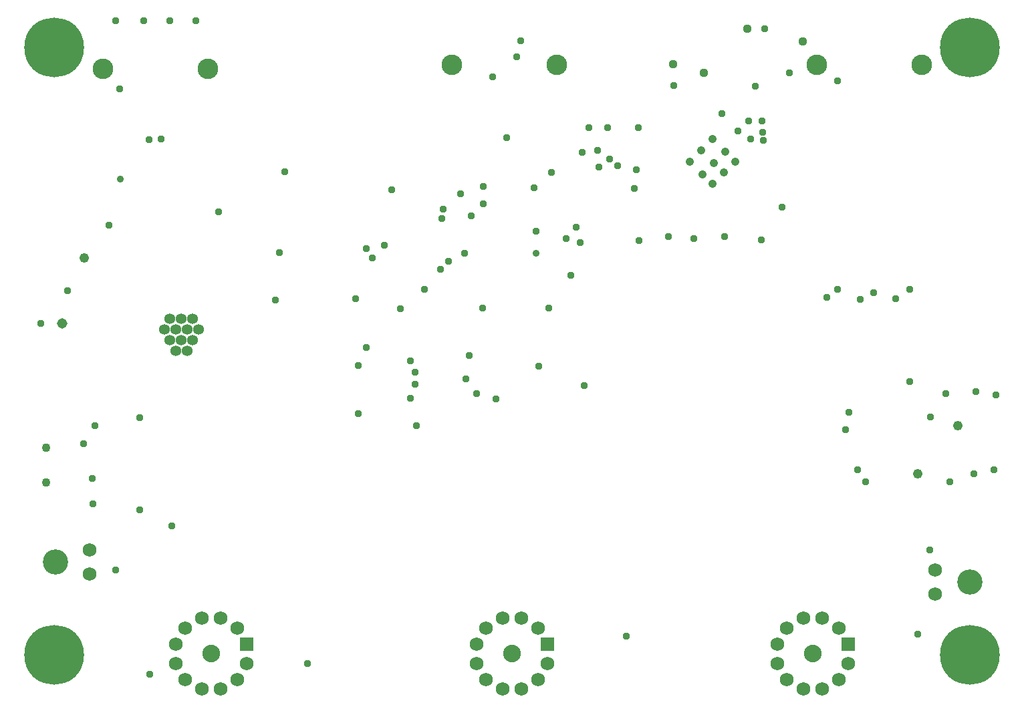
<source format=gbs>
G75*
%MOIN*%
%OFA0B0*%
%FSLAX25Y25*%
%IPPOS*%
%LPD*%
%AMOC8*
5,1,8,0,0,1.08239X$1,22.5*
%
%ADD10C,0.04100*%
%ADD11C,0.06800*%
%ADD12R,0.06800X0.06800*%
%ADD13C,0.08800*%
%ADD14C,0.05359*%
%ADD15C,0.04343*%
%ADD16C,0.10288*%
%ADD17C,0.06824*%
%ADD18C,0.12611*%
%ADD19C,0.03778*%
%ADD20C,0.29800*%
%ADD21C,0.04762*%
%ADD22C,0.03581*%
%ADD23C,0.04369*%
%ADD24C,0.05156*%
D10*
X0520590Y0369922D03*
X0515640Y0374872D03*
X0521297Y0380529D03*
X0526247Y0375579D03*
X0531904Y0381236D03*
X0526954Y0386186D03*
X0520590Y0392550D03*
X0514933Y0386893D03*
X0509276Y0381236D03*
D11*
X0566018Y0153302D03*
X0575490Y0153302D03*
X0583694Y0148566D03*
X0588430Y0130890D03*
X0583694Y0122686D03*
X0575490Y0117946D03*
X0566018Y0117946D03*
X0557814Y0122686D03*
X0553074Y0130890D03*
X0553078Y0140362D03*
X0557814Y0148566D03*
X0438430Y0130890D03*
X0433694Y0122686D03*
X0425490Y0117946D03*
X0416018Y0117946D03*
X0407814Y0122686D03*
X0403074Y0130890D03*
X0403078Y0140362D03*
X0407814Y0148566D03*
X0416018Y0153302D03*
X0425490Y0153302D03*
X0433694Y0148566D03*
X0288430Y0130890D03*
X0283694Y0122686D03*
X0275490Y0117946D03*
X0266018Y0117946D03*
X0257814Y0122686D03*
X0253074Y0130890D03*
X0253078Y0140362D03*
X0257814Y0148566D03*
X0266018Y0153302D03*
X0275490Y0153302D03*
X0283694Y0148566D03*
D12*
X0288430Y0140362D03*
X0438430Y0140362D03*
X0588430Y0140362D03*
D13*
X0570754Y0135626D03*
X0420754Y0135626D03*
X0270754Y0135626D03*
D14*
X0258588Y0286882D03*
X0252919Y0286882D03*
X0250085Y0292197D03*
X0255754Y0292197D03*
X0261423Y0292197D03*
X0258588Y0297512D03*
X0252919Y0297512D03*
X0247250Y0297512D03*
X0250085Y0302827D03*
X0255754Y0302827D03*
X0261423Y0302827D03*
X0264258Y0297512D03*
D15*
X0188470Y0238461D03*
X0188470Y0221138D03*
D16*
X0216667Y0427358D03*
X0269029Y0427358D03*
X0390667Y0429358D03*
X0443029Y0429358D03*
X0572667Y0429358D03*
X0625029Y0429358D03*
D17*
X0631840Y0177264D03*
X0631840Y0165453D03*
X0209856Y0175453D03*
X0209856Y0187264D03*
D18*
X0192848Y0181358D03*
X0648848Y0171358D03*
D19*
X0628848Y0187358D03*
X0638848Y0221358D03*
X0650848Y0225358D03*
X0660848Y0227358D03*
X0629182Y0253798D03*
X0636848Y0265358D03*
X0651966Y0266413D03*
X0662009Y0264620D03*
X0618848Y0271358D03*
X0588581Y0256177D03*
X0586848Y0247358D03*
X0592848Y0227358D03*
X0596848Y0221358D03*
X0622848Y0145358D03*
X0477691Y0144466D03*
X0318785Y0130587D03*
X0239848Y0125358D03*
X0222848Y0177358D03*
X0250848Y0199358D03*
X0234848Y0207358D03*
X0211699Y0210508D03*
X0211305Y0223106D03*
X0206974Y0240429D03*
X0212705Y0249291D03*
X0234848Y0253358D03*
X0185714Y0300272D03*
X0199100Y0316807D03*
X0219573Y0349484D03*
X0274297Y0356177D03*
X0304612Y0335705D03*
X0302644Y0312083D03*
X0342585Y0312692D03*
X0364848Y0307813D03*
X0376848Y0317358D03*
X0384848Y0327358D03*
X0388848Y0331358D03*
X0396848Y0335358D03*
X0385714Y0352634D03*
X0386502Y0357358D03*
X0395163Y0365232D03*
X0406263Y0368884D03*
X0406187Y0360114D03*
X0400281Y0354209D03*
X0432565Y0346335D03*
X0447525Y0342791D03*
X0454612Y0340823D03*
X0452644Y0348303D03*
X0431818Y0368121D03*
X0440383Y0375584D03*
X0455771Y0385576D03*
X0463403Y0386764D03*
X0469463Y0382284D03*
X0473313Y0379012D03*
X0463982Y0378303D03*
X0482763Y0377164D03*
X0481643Y0367623D03*
X0498707Y0343579D03*
X0511305Y0342791D03*
X0526659Y0343579D03*
X0545089Y0341930D03*
X0555448Y0358458D03*
X0545917Y0391867D03*
X0545757Y0395787D03*
X0545237Y0401547D03*
X0538537Y0401547D03*
X0533187Y0396297D03*
X0539757Y0392407D03*
X0525437Y0405147D03*
X0542117Y0418879D03*
X0558848Y0425358D03*
X0582848Y0421358D03*
X0546738Y0447516D03*
X0501462Y0419169D03*
X0483563Y0397984D03*
X0468392Y0398157D03*
X0458876Y0397977D03*
X0417998Y0393185D03*
X0410848Y0423358D03*
X0422848Y0433358D03*
X0424848Y0441358D03*
X0360518Y0367201D03*
X0356848Y0339358D03*
X0351069Y0332949D03*
X0347919Y0337673D03*
X0307368Y0376052D03*
X0245588Y0392337D03*
X0239622Y0392219D03*
X0224848Y0417358D03*
X0222848Y0451358D03*
X0236848Y0451358D03*
X0249848Y0451358D03*
X0262848Y0451358D03*
X0450013Y0324484D03*
X0439003Y0308204D03*
X0405963Y0307964D03*
X0399494Y0284524D03*
X0397525Y0272713D03*
X0402848Y0265358D03*
X0412763Y0262764D03*
X0433903Y0279024D03*
X0456581Y0269563D03*
X0372360Y0269925D03*
X0372414Y0276154D03*
X0369963Y0281804D03*
X0347919Y0288461D03*
X0343982Y0279406D03*
X0370008Y0262947D03*
X0372848Y0249358D03*
X0343982Y0255390D03*
X0484140Y0341610D03*
X0577840Y0313264D03*
X0582848Y0317358D03*
X0594376Y0312476D03*
X0600848Y0315759D03*
X0612092Y0312870D03*
X0618848Y0317358D03*
D20*
X0192407Y0134917D03*
X0649100Y0134917D03*
X0649100Y0438067D03*
X0192407Y0438067D03*
D21*
X0207368Y0332949D03*
X0622848Y0225358D03*
X0642848Y0249358D03*
D22*
X0432565Y0335311D03*
X0225431Y0372319D03*
D23*
X0501069Y0429799D03*
X0516423Y0425469D03*
X0538077Y0447516D03*
X0565636Y0441217D03*
D24*
X0196344Y0300272D03*
M02*

</source>
